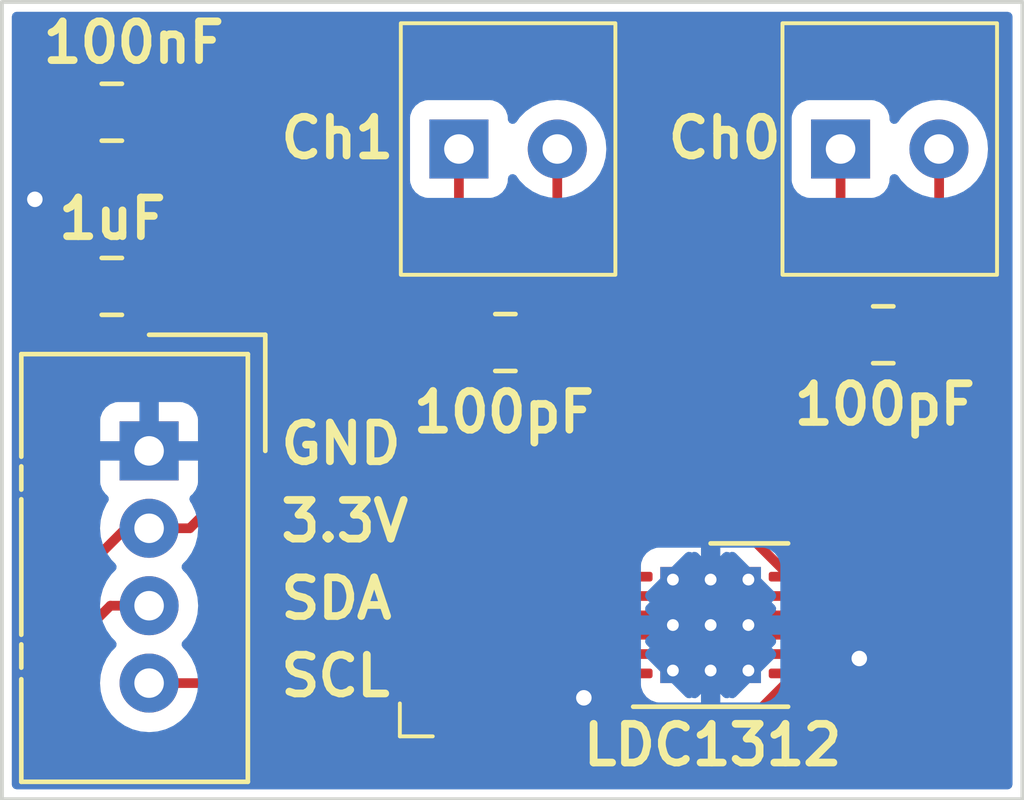
<source format=kicad_pcb>
(kicad_pcb (version 20221018) (generator pcbnew)
  (layers (0 "F.Cu" signal) (31 "B.Cu" signal) (34 "B.Paste" user) (35 "F.Paste" user) (36 "B.SilkS" user "B.Silkscreen") (37 "F.SilkS" user "F.Silkscreen") (38 "B.Mask" user) (39 "F.Mask" user) (44 "Edge.Cuts" user))
  (net 0 "")
  (net 1 "GNDREF")
  (net 2 "+3.3V")
  (net 3 "Net-(J1-Pin_2)")
  (net 4 "Net-(J1-Pin_1)")
  (net 5 "Net-(J2-Pin_2)")
  (net 6 "Net-(J2-Pin_1)")
  (net 7 "Net-(J4-SDA)")
  (net 8 "Net-(J4-SCL)")
  (net 9 "Net-(U1-CLKIN)")
  (footprint "LDC_Footprints:2_pin_connector" (layer "F.Cu") (at 127.47 105.2)
    (fp_text reference "J2" hide)
    (fp_text value "Screw_Terminal_01x02" hide)
    (fp_rect (start -2.77 -3.25) (end 2.77 3.25) (stroke (width 0.1)) (fill none) (layer "F.SilkS"))
    (pad "1" thru_hole rect (at -1.27 0) (size 1.524 1.524) (drill 0.762) (layers "*.Cu" "*.Mask") (net 6 "Net-(J2-Pin_1)"))
    (pad "2" thru_hole circle (at 1.27 0) (size 1.524 1.524) (drill 0.762) (layers "*.Cu" "*.Mask") (net 5 "Net-(J2-Pin_2)"))
  )
  (footprint "Package_SON:WSON-12-1EP_4x4mm_P0.5mm_EP2.6x3mm_ThermalVias" (layer "F.Cu") (at 132.7 117.5)
    (fp_text reference "U1" hide)
    (fp_text value "LDC1312" (at 0.05 3.1) (layer "F.SilkS") (effects (font (thickness 0.2) bold)))
    (fp_line (start -2 2.11) (end 2 2.11) (stroke (width 0.12)) (layer "F.SilkS"))
    (fp_line (start 0 -2.11) (end 2 -2.11) (stroke (width 0.12)) (layer "F.SilkS"))
    (pad "1" smd roundrect (at -1.9375 -1.25) (size 0.875 0.25) (layers "F.Cu" "F.Paste" "F.Mask") (net 8 "Net-(J4-SCL)"))
    (pad "2" smd roundrect (at -1.9375 -0.75) (size 0.875 0.25) (layers "F.Cu" "F.Paste" "F.Mask") (net 7 "Net-(J4-SDA)"))
    (pad "3" smd roundrect (at -1.9375 -0.25) (size 0.875 0.25) (layers "F.Cu" "F.Paste" "F.Mask") (net 9 "Net-(U1-CLKIN)"))
    (pad "4" smd roundrect (at -1.9375 0.25) (size 0.875 0.25) (layers "F.Cu" "F.Paste" "F.Mask") (net 1 "GNDREF"))
    (pad "5" smd roundrect (at -1.9375 0.75) (size 0.875 0.25) (layers "F.Cu" "F.Paste" "F.Mask"))
    (pad "6" smd roundrect (at -1.9375 1.25) (size 0.875 0.25) (layers "F.Cu" "F.Paste" "F.Mask") (net 1 "GNDREF"))
    (pad "7" smd roundrect (at 1.9375 1.25) (size 0.875 0.25) (layers "F.Cu" "F.Paste" "F.Mask") (net 2 "+3.3V"))
    (pad "8" smd roundrect (at 1.9375 0.75) (size 0.875 0.25) (layers "F.Cu" "F.Paste" "F.Mask") (net 1 "GNDREF"))
    (pad "9" smd roundrect (at 1.9375 0.25) (size 0.875 0.25) (layers "F.Cu" "F.Paste" "F.Mask") (net 3 "Net-(J1-Pin_2)"))
    (pad "10" smd roundrect (at 1.9375 -0.25) (size 0.875 0.25) (layers "F.Cu" "F.Paste" "F.Mask") (net 4 "Net-(J1-Pin_1)"))
    (pad "11" smd roundrect (at 1.9375 -0.75) (size 0.875 0.25) (layers "F.Cu" "F.Paste" "F.Mask") (net 5 "Net-(J2-Pin_2)"))
    (pad "12" smd roundrect (at 1.9375 -1.25) (size 0.875 0.25) (layers "F.Cu" "F.Paste" "F.Mask") (net 6 "Net-(J2-Pin_1)"))
    (pad "13" thru_hole circle (at -0.975 -1.175) (size 0.6 0.6) (drill 0.3048) (layers "*.Cu") (net 1 "GNDREF"))
    (pad "13" thru_hole circle (at -0.975 0) (size 0.6 0.6) (drill 0.3048) (layers "*.Cu") (net 1 "GNDREF"))
    (pad "13" thru_hole circle (at -0.975 1.175) (size 0.6 0.6) (drill 0.3048) (layers "*.Cu") (net 1 "GNDREF"))
    (pad "13" thru_hole circle (at 0 -1.175) (size 0.6 0.6) (drill 0.3048) (layers "*.Cu") (net 1 "GNDREF"))
    (pad "13" thru_hole circle (at 0 0) (size 0.6 0.6) (drill 0.3048) (layers "*.Cu") (net 1 "GNDREF"))
    (pad "13" smd rect (at 0 0) (size 2.6 3) (layers "F.Cu" "F.Mask") (net 1 "GNDREF"))
    (pad "13" smd rect (at 0 0) (size 2.6 3) (layers "B.Cu") (net 1 "GNDREF"))
    (pad "13" thru_hole circle (at 0 1.175) (size 0.6 0.6) (drill 0.3048) (layers "*.Cu") (net 1 "GNDREF"))
    (pad "13" thru_hole circle (at 0.975 -1.175) (size 0.6 0.6) (drill 0.3048) (layers "*.Cu") (net 1 "GNDREF"))
    (pad "13" thru_hole circle (at 0.975 0) (size 0.6 0.6) (drill 0.3048) (layers "*.Cu") (net 1 "GNDREF"))
    (pad "13" thru_hole circle (at 0.975 1.175) (size 0.6 0.6) (drill 0.3048) (layers "*.Cu") (net 1 "GNDREF"))
  )
  (footprint "Capacitor_SMD:C_0805_2012Metric_Pad1.18x1.45mm_HandSolder" (layer "F.Cu") (at 117.2375 104.25)
    (fp_text reference "C2" hide)
    (fp_text value "100nF" (at 0.5625 -1.8 180) (layer "F.SilkS") (effects (font (thickness 0.2) bold)))
    (fp_line (start -0.261252 -0.735) (end 0.261252 -0.735) (stroke (width 0.12)) (layer "F.SilkS"))
    (fp_line (start -0.261252 0.735) (end 0.261252 0.735) (stroke (width 0.12)) (layer "F.SilkS"))
    (pad "1" smd roundrect (at -1.0375 0) (size 1.175 1.45) (layers "F.Cu" "F.Paste" "F.Mask") (roundrect_rratio 0.212766) (net 1 "GNDREF"))
    (pad "2" smd roundrect (at 1.0375 0) (size 1.175 1.45) (layers "F.Cu" "F.Paste" "F.Mask") (roundrect_rratio 0.212766) (net 2 "+3.3V"))
  )
  (footprint "Capacitor_SMD:C_0805_2012Metric_Pad1.18x1.45mm_HandSolder" (layer "F.Cu") (at 117.2375 108.75)
    (fp_text reference "C1" hide)
    (fp_text value "1uF" (at 0.0125 -1.75 180) (layer "F.SilkS") (effects (font (thickness 0.2) bold)))
    (fp_line (start -0.261252 -0.735) (end 0.261252 -0.735) (stroke (width 0.12)) (layer "F.SilkS"))
    (fp_line (start -0.261252 0.735) (end 0.261252 0.735) (stroke (width 0.12)) (layer "F.SilkS"))
    (pad "1" smd roundrect (at -1.0375 0) (size 1.175 1.45) (layers "F.Cu" "F.Paste" "F.Mask") (roundrect_rratio 0.212766) (net 1 "GNDREF"))
    (pad "2" smd roundrect (at 1.0375 0) (size 1.175 1.45) (layers "F.Cu" "F.Paste" "F.Mask") (roundrect_rratio 0.212766) (net 2 "+3.3V"))
  )
  (footprint "LDC_Footprints:2_pin_connector" (layer "F.Cu") (at 137.325 105.2)
    (fp_text reference "J1" hide)
    (fp_text value "Screw_Terminal_01x02" hide)
    (fp_rect (start -2.77 -3.25) (end 2.77 3.25) (stroke (width 0.1)) (fill none) (layer "F.SilkS"))
    (pad "1" thru_hole rect (at -1.27 0) (size 1.524 1.524) (drill 0.762) (layers "*.Cu" "*.Mask") (net 4 "Net-(J1-Pin_1)"))
    (pad "2" thru_hole circle (at 1.27 0) (size 1.524 1.524) (drill 0.762) (layers "*.Cu" "*.Mask") (net 3 "Net-(J1-Pin_2)"))
  )
  (footprint "Connector:NS-Tech_Grove_1x04_P2mm_Vertical" (layer "F.Cu") (at 118.2 113)
    (fp_text reference "J4" hide)
    (fp_text value "Screw_Terminal_01x04" hide)
    (fp_line (start -3.3 -2.5) (end -3.3 0.15) (stroke (width 0.12)) (layer "F.SilkS"))
    (fp_line (start -3.3 -2.5) (end 2.55 -2.5) (stroke (width 0.12)) (layer "F.SilkS"))
    (fp_line (start -3.3 0.4) (end -3.3 1) (stroke (width 0.12)) (layer "F.SilkS"))
    (fp_line (start -3.3 1.25) (end -3.3 4.75) (stroke (width 0.12)) (layer "F.SilkS"))
    (fp_line (start -3.3 5) (end -3.3 5.6) (stroke (width 0.12)) (layer "F.SilkS"))
    (fp_line (start -3.3 5.9) (end -3.3 8.55) (stroke (width 0.12)) (layer "F.SilkS"))
    (fp_line (start -3.3 8.55) (end 2.55 8.55) (stroke (width 0.12)) (layer "F.SilkS"))
    (fp_line (start 0 -3) (end 3 -3) (stroke (width 0.12)) (layer "F.SilkS"))
    (fp_line (start 2.55 -2.5) (end 2.55 8.55) (stroke (width 0.12)) (layer "F.SilkS"))
    (fp_line (start 3 -3) (end 3 0) (stroke (width 0.12)) (layer "F.SilkS"))
    (pad "1" thru_hole rect (at 0 0) (size 1.524 1.524) (drill 0.762) (layers "*.Cu" "*.Mask") (net 1 "GNDREF"))
    (pad "2" thru_hole circle (at 0 2) (size 1.524 1.524) (drill 0.762) (layers "*.Cu" "*.Mask") (net 2 "+3.3V"))
    (pad "3" thru_hole circle (at 0 4) (size 1.524 1.524) (drill 0.762) (layers "*.Cu" "*.Mask") (net 7 "Net-(J4-SDA)"))
    (pad "4" thru_hole circle (at 0 6) (size 1.524 1.524) (drill 0.762) (layers "*.Cu" "*.Mask") (net 8 "Net-(J4-SCL)"))
  )
  (footprint "Capacitor_SMD:C_0805_2012Metric_Pad1.18x1.45mm_HandSolder" (layer "F.Cu") (at 127.4 110.2 180)
    (fp_text reference "C4" hide)
    (fp_text value "100pF" (at 0.0375 -1.8) (layer "F.SilkS") (effects (font (thickness 0.2) bold)))
    (fp_line (start -0.261252 -0.735) (end 0.261252 -0.735) (stroke (width 0.12)) (layer "F.SilkS"))
    (fp_line (start -0.261252 0.735) (end 0.261252 0.735) (stroke (width 0.12)) (layer "F.SilkS"))
    (pad "1" smd roundrect (at -1.0375 0 180) (size 1.175 1.45) (layers "F.Cu" "F.Paste" "F.Mask") (roundrect_rratio 0.212766) (net 5 "Net-(J2-Pin_2)"))
    (pad "2" smd roundrect (at 1.0375 0 180) (size 1.175 1.45) (layers "F.Cu" "F.Paste" "F.Mask") (roundrect_rratio 0.212766) (net 6 "Net-(J2-Pin_1)"))
  )
  (footprint "Capacitor_SMD:C_0805_2012Metric_Pad1.18x1.45mm_HandSolder" (layer "F.Cu") (at 137.1575 110 180)
    (fp_text reference "C3" hide)
    (fp_text value "100pF" (at -0.0375 -1.8) (layer "F.SilkS") (effects (font (thickness 0.2) bold)))
    (fp_line (start -0.261252 -0.735) (end 0.261252 -0.735) (stroke (width 0.12)) (layer "F.SilkS"))
    (fp_line (start -0.261252 0.735) (end 0.261252 0.735) (stroke (width 0.12)) (layer "F.SilkS"))
    (pad "1" smd roundrect (at -1.0375 0 180) (size 1.175 1.45) (layers "F.Cu" "F.Paste" "F.Mask") (roundrect_rratio 0.212766) (net 3 "Net-(J1-Pin_2)"))
    (pad "2" smd roundrect (at 1.0375 0 180) (size 1.175 1.45) (layers "F.Cu" "F.Paste" "F.Mask") (roundrect_rratio 0.212766) (net 4 "Net-(J1-Pin_1)"))
  )
  (footprint "LDC_Footprints:625L3C040M00000" (layer "F.Cu") (at 126.35 118.95)
    (fp_text reference "U2" hide)
    (fp_text value "40MHz" hide)
    (fp_line (start -1.675 1.425) (end -1.675 0.575) (stroke (width 0.1)) (layer "F.SilkS"))
    (fp_line (start -1.675 1.425) (end -0.825 1.425) (stroke (width 0.1)) (layer "F.SilkS"))
    (pad "1" smd rect (at -0.85 0.65) (size 1 0.9) (layers "F.Cu" "F.Paste" "F.Mask") (net 2 "+3.3V"))
    (pad "2" smd rect (at 0.85 0.65) (size 1 0.9) (layers "F.Cu" "F.Paste" "F.Mask") (net 1 "GNDREF"))
    (pad "3" smd rect (at 0.85 -0.65) (size 1 0.9) (layers "F.Cu" "F.Paste" "F.Mask") (net 9 "Net-(U1-CLKIN)"))
    (pad "4" smd rect (at -0.85 -0.65) (size 1 0.9) (layers "F.Cu" "F.Paste" "F.Mask") (net 2 "+3.3V"))
  )
  (gr_rect (start 114.4 101.4) (end 140.75 122) (stroke (width 0.1)) (fill none) (layer "Edge.Cuts"))
  (gr_text "SDA" (at 121.5 117.4) (layer "F.SilkS") (effects (font (size 1 1) (thickness 0.2) bold) (justify left bottom)))
  (gr_text "SCL" (at 121.5 119.4) (layer "F.SilkS") (effects (font (size 1 1) (thickness 0.2) bold) (justify left bottom)))
  (gr_text "Ch0" (at 131.5 105.5) (layer "F.SilkS") (effects (font (size 1 1) (thickness 0.2) bold) (justify left bottom)))
  (gr_text "Ch1" (at 121.5 105.5) (layer "F.SilkS") (effects (font (size 1 1) (thickness 0.2) bold) (justify left bottom)))
  (gr_text "GND" (at 121.5 113.4) (layer "F.SilkS") (effects (font (size 1 1) (thickness 0.2) bold) (justify left bottom)))
  (gr_text "3.3V\n" (at 121.5 115.4) (layer "F.SilkS") (effects (font (size 1 1) (thickness 0.2) bold) (justify left bottom)))
  (segment (start 115.25 106.5) (end 115.25 105.2) (width 0.25) (layer "F.Cu") (net 1))
  (segment (start 129.426 118.600992) (end 130.276992 117.75) (width 0.25) (layer "F.Cu") (net 1))
  (segment (start 129.426 119.38) (end 130.1325 119.38) (width 0.25) (layer "F.Cu") (net 1))
  (segment (start 136.538 118.364) (end 136.424 118.25) (width 0.25) (layer "F.Cu") (net 1))
  (segment (start 130.1325 119.38) (end 130.7625 118.75) (width 0.25) (layer "F.Cu") (net 1))
  (segment (start 127.42 119.38) (end 127.2 119.6) (width 0.25) (layer "F.Cu") (net 1))
  (segment (start 136.424 118.25) (end 134.6375 118.25) (width 0.25) (layer "F.Cu") (net 1))
  (segment (start 115.25 105.2) (end 116.2 104.25) (width 0.25) (layer "F.Cu") (net 1))
  (segment (start 115.25 106.5) (end 115.25 107.8) (width 0.25) (layer "F.Cu") (net 1))
  (segment (start 129.426 119.38) (end 129.426 118.600992) (width 0.25) (layer "F.Cu") (net 1))
  (segment (start 115.25 107.8) (end 116.2 108.75) (width 0.25) (layer "F.Cu") (net 1))
  (segment (start 129.426 119.38) (end 127.42 119.38) (width 0.25) (layer "F.Cu") (net 1))
  (segment (start 130.276992 117.75) (end 130.7625 117.75) (width 0.25) (layer "F.Cu") (net 1))
  (via (at 115.25 106.5) (size 0.8) (drill 0.4) (layers "F.Cu" "B.Cu") (net 1))
  (via (at 136.538 118.364) (size 0.8) (drill 0.4) (layers "F.Cu" "B.Cu") (net 1))
  (via (at 129.426 119.38) (size 0.8) (drill 0.4) (layers "F.Cu" "B.Cu") (net 1))
  (segment (start 132.7 117.5) (end 132.7 116.25) (width 0.25) (layer "B.Cu") (net 1))
  (segment (start 115.6 119.8) (end 115.6 117) (width 0.25) (layer "F.Cu") (net 2))
  (segment (start 119.75 110.225) (end 119.75 105.725) (width 0.25) (layer "F.Cu") (net 2))
  (segment (start 115.6 117) (end 117.6 115) (width 0.25) (layer "F.Cu") (net 2))
  (segment (start 119.75 114.5) (end 119.75 110.225) (width 0.25) (layer "F.Cu") (net 2))
  (segment (start 119.75 105.725) (end 118.275 104.25) (width 0.25) (layer "F.Cu") (net 2))
  (segment (start 119.75 110.225) (end 118.275 108.75) (width 0.25) (layer "F.Cu") (net 2))
  (segment (start 122.75 121.158) (end 132.492 121.158) (width 0.25) (layer "F.Cu") (net 2))
  (segment (start 116.958 121.158) (end 115.6 119.8) (width 0.25) (layer "F.Cu") (net 2))
  (segment (start 134.6375 119.0125) (end 132.492 121.158) (width 0.25) (layer "F.Cu") (net 2))
  (segment (start 116.958 121.158) (end 121.75 121.158) (width 0.25) (layer "F.Cu") (net 2))
  (segment (start 125.5 118.3) (end 124.608 118.3) (width 0.25) (layer "F.Cu") (net 2))
  (segment (start 121.75 121.158) (end 122.75 121.158) (width 0.25) (layer "F.Cu") (net 2))
  (segment (start 125.5 119.6) (end 124.308 119.6) (width 0.25) (layer "F.Cu") (net 2))
  (segment (start 124.608 118.3) (end 121.75 121.158) (width 0.25) (layer "F.Cu") (net 2))
  (segment (start 124.308 119.6) (end 122.75 121.158) (width 0.25) (layer "F.Cu") (net 2))
  (segment (start 134.6375 118.75) (end 134.6375 119.0125) (width 0.25) (layer "F.Cu") (net 2))
  (segment (start 118.2 115) (end 119.25 115) (width 0.25) (layer "F.Cu") (net 2))
  (segment (start 117.6 115) (end 118.2 115) (width 0.25) (layer "F.Cu") (net 2))
  (segment (start 119.25 115) (end 119.75 114.5) (width 0.25) (layer "F.Cu") (net 2))
  (segment (start 138.6 105.205) (end 138.595 105.2) (width 0.25) (layer "F.Cu") (net 3))
  (segment (start 138.195 115.437) (end 135.882 117.75) (width 0.25) (layer "F.Cu") (net 3))
  (segment (start 135.882 117.75) (end 134.6375 117.75) (width 0.25) (layer "F.Cu") (net 3))
  (segment (start 138.195 110) (end 138.195 115.437) (width 0.25) (layer "F.Cu") (net 3))
  (segment (start 138.6 110.395) (end 138.6 105.205) (width 0.25) (layer "F.Cu") (net 3))
  (segment (start 136.538 110.418) (end 136.12 110) (width 0.25) (layer "F.Cu") (net 4))
  (segment (start 136.055 109.935) (end 136.055 105.2) (width 0.25) (layer "F.Cu") (net 4))
  (segment (start 136.12 110) (end 136.055 109.935) (width 0.25) (layer "F.Cu") (net 4))
  (segment (start 136.538 116.332) (end 136.538 110.418) (width 0.25) (layer "F.Cu") (net 4))
  (segment (start 134.6375 117.25) (end 135.62 117.25) (width 0.25) (layer "F.Cu") (net 4))
  (segment (start 135.62 117.25) (end 136.538 116.332) (width 0.25) (layer "F.Cu") (net 4))
  (segment (start 136.03 115.943008) (end 136.03 114.554) (width 0.25) (layer "F.Cu") (net 5))
  (segment (start 135.223008 116.75) (end 136.03 115.943008) (width 0.25) (layer "F.Cu") (net 5))
  (segment (start 128.4375 110.2) (end 128.74 109.8975) (width 0.25) (layer "F.Cu") (net 5))
  (segment (start 136.03 114.554) (end 134.506 113.03) (width 0.25) (layer "F.Cu") (net 5))
  (segment (start 134.6375 116.75) (end 135.223008 116.75) (width 0.25) (layer "F.Cu") (net 5))
  (segment (start 128.74 109.8975) (end 128.74 105.2) (width 0.25) (layer "F.Cu") (net 5))
  (segment (start 131.2675 113.03) (end 128.4375 110.2) (width 0.25) (layer "F.Cu") (net 5))
  (segment (start 134.506 113.03) (end 131.2675 113.03) (width 0.25) (layer "F.Cu") (net 5))
  (segment (start 134.6375 116.1365) (end 133.309 114.808) (width 0.25) (layer "F.Cu") (net 6))
  (segment (start 126.2 110.0375) (end 126.2 105.2) (width 0.25) (layer "F.Cu") (net 6))
  (segment (start 126.3625 110.9825) (end 126.3625 110.2) (width 0.25) (layer "F.Cu") (net 6))
  (segment (start 130.188 114.808) (end 126.3625 110.9825) (width 0.25) (layer "F.Cu") (net 6))
  (segment (start 134.6375 116.25) (end 134.6375 116.1365) (width 0.25) (layer "F.Cu") (net 6))
  (segment (start 126.3625 110.2) (end 126.2 110.0375) (width 0.25) (layer "F.Cu") (net 6))
  (segment (start 133.309 114.808) (end 130.188 114.808) (width 0.25) (layer "F.Cu") (net 6))
  (segment (start 117.708 120.708) (end 116.4 119.4) (width 0.25) (layer "F.Cu") (net 7))
  (segment (start 121.312 120.708) (end 117.708 120.708) (width 0.25) (layer "F.Cu") (net 7))
  (segment (start 117.2 117) (end 118.2 117) (width 0.25) (layer "F.Cu") (net 7))
  (segment (start 116.4 117.8) (end 117.2 117) (width 0.25) (layer "F.Cu") (net 7))
  (segment (start 116.4 119.4) (end 116.4 117.8) (width 0.25) (layer "F.Cu") (net 7))
  (segment (start 130.7625 116.75) (end 125.27 116.75) (width 0.25) (layer "F.Cu") (net 7))
  (segment (start 125.27 116.75) (end 121.312 120.708) (width 0.25) (layer "F.Cu") (net 7))
  (segment (start 122.036396 119) (end 118.2 119) (width 0.25) (layer "F.Cu") (net 8))
  (segment (start 124.786396 116.25) (end 122.036396 119) (width 0.25) (layer "F.Cu") (net 8))
  (segment (start 130.7625 116.25) (end 124.786396 116.25) (width 0.25) (layer "F.Cu") (net 8))
  (segment (start 127.2 118.3) (end 128.25 117.25) (width 0.25) (layer "F.Cu") (net 9))
  (segment (start 128.25 117.25) (end 130.7625 117.25) (width 0.25) (layer "F.Cu") (net 9))
  (zone (net 1) (net_name "GNDREF") (layer "B.Cu") (connect_pads (clearance 0.5)) (min_thickness 0.25) (fill yes (thermal_gap 0.5) (thermal_bridge_width 0.5))
    (polygon (pts (xy 114.5 122) (xy 114.5 101.5) (xy 140.75 101.5) (xy 140.75 122)))
  )
)
</source>
